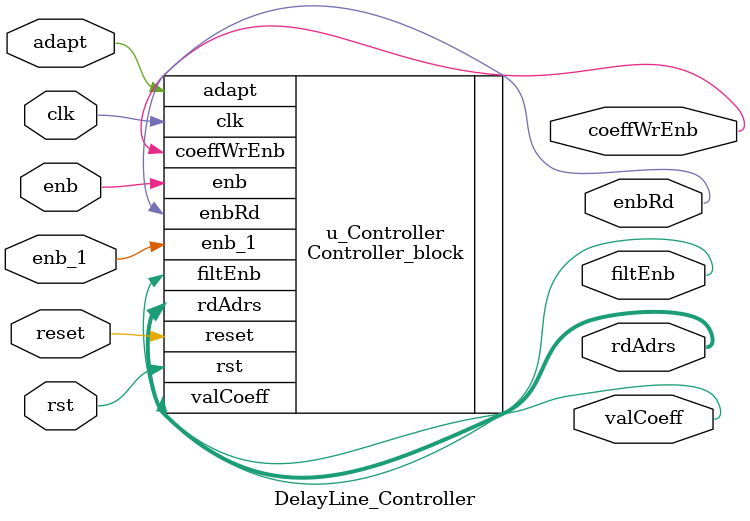
<source format=v>



// -------------------------------------------------------------
// 
// Module: DelayLine_Controller
// Source Path: HDLFullySerialLMSModel/HDL LMS Algorithm/Filter/Tapped Delay/DelayLine Controller
// Hierarchy Level: 3
// Model version: 6.2
// 
// -------------------------------------------------------------

`timescale 1 ns / 1 ns

module DelayLine_Controller
          (clk,
           reset,
           enb,
           enb_1,
           rst,
           adapt,
           enbRd,
           filtEnb,
           rdAdrs,
           valCoeff,
           coeffWrEnb);


  input   clk;
  input   reset;
  input   enb;
  input   enb_1;
  input   rst;
  input   adapt;
  output  enbRd;
  output  filtEnb;
  output  [4:0] rdAdrs;  // ufix5
  output  valCoeff;
  output  coeffWrEnb;




  Controller_block u_Controller (.clk(clk),
                                 .reset(reset),
                                 .enb(enb),
                                 .enb_1(enb_1),
                                 .rst(rst),
                                 .adapt(adapt),
                                 .enbRd(enbRd),
                                 .valCoeff(valCoeff),
                                 .filtEnb(filtEnb),
                                 .coeffWrEnb(coeffWrEnb),
                                 .rdAdrs(rdAdrs)  // ufix5
                                 );

endmodule  // DelayLine_Controller
</source>
